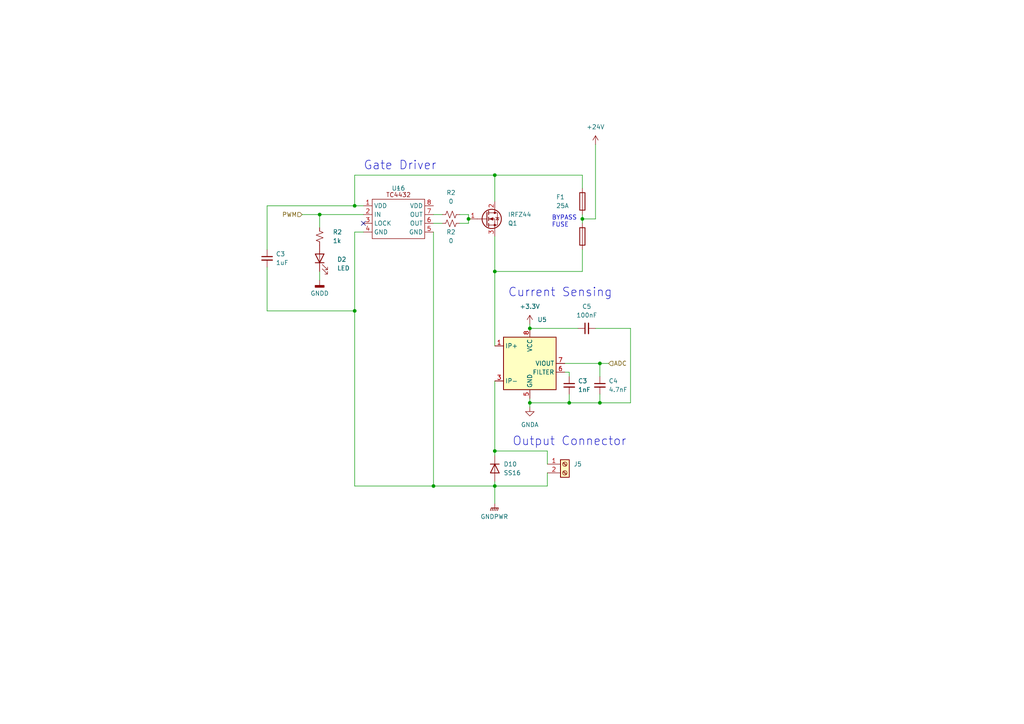
<source format=kicad_sch>
(kicad_sch (version 20230121) (generator eeschema)
  (paper "A4")
  (lib_symbols
    (symbol "Connector:Screw_Terminal_01x02" (pin_names (offset 1.016) hide)
      (property "Reference" "J" (at 0 2.54 0))
      (property "Value" "Screw_Terminal_01x02" (at 0 -5.08 0))
      (symbol "Screw_Terminal_01x02_1_1"
        (rectangle (start -1.27 1.27) (end 1.27 -3.81) (stroke (width 0.254)) (fill (type background)))
        (circle (center 0 -2.54) (radius 0.635) (stroke (width 0.1524)))
        (polyline (pts (xy -0.5334 -2.2098) (xy 0.3302 -3.048)) (stroke (width 0.1524)))
        (polyline (pts (xy -0.5334 0.3302) (xy 0.3302 -0.508)) (stroke (width 0.1524)))
        (polyline (pts (xy -0.3556 -2.032) (xy 0.508 -2.8702)) (stroke (width 0.1524)))
        (polyline (pts (xy -0.3556 0.508) (xy 0.508 -0.3302)) (stroke (width 0.1524)))
        (circle (center 0 0) (radius 0.635) (stroke (width 0.1524)))
        (pin passive line (at -5.08 0 0) (length 3.81) (name "Pin_1") (number "1"))
        (pin passive line (at -5.08 -2.54 0) (length 3.81) (name "Pin_2") (number "2"))
      )
    )
    (symbol "Device:C_Small" (pin_numbers hide) (pin_names (offset 0.254) hide)
      (property "Reference" "C" (at 0.254 1.778 0))
      (property "Value" "C_Small" (at 0.254 -2.032 0))
      (symbol "C_Small_0_1"
        (polyline (pts (xy -1.524 -0.508) (xy 1.524 -0.508)) (stroke (width 0.3302)))
        (polyline (pts (xy -1.524 0.508) (xy 1.524 0.508)) (stroke (width 0.3048)))
      )
      (symbol "C_Small_1_1"
        (pin passive line (at 0 2.54 270) (length 2.032) (name "~") (number "1"))
        (pin passive line (at 0 -2.54 90) (length 2.032) (name "~") (number "2"))
      )
    )
    (symbol "Device:LED" (pin_numbers hide) (pin_names (offset 1.016) hide)
      (property "Reference" "D" (at 0 2.54 0))
      (property "Value" "LED" (at 0 -2.54 0))
      (symbol "LED_0_1"
        (polyline (pts (xy -1.27 -1.27) (xy -1.27 1.27)) (stroke (width 0.254)))
        (polyline (pts (xy -1.27 0) (xy 1.27 0)))
        (polyline (pts (xy 1.27 -1.27) (xy 1.27 1.27) (xy -1.27 0) (xy 1.27 -1.27)) (stroke (width 0.254)))
        (polyline (pts (xy -3.048 -0.762) (xy -4.572 -2.286) (xy -3.81 -2.286) (xy -4.572 -2.286) (xy -4.572 -1.524)))
        (polyline (pts (xy -1.778 -0.762) (xy -3.302 -2.286) (xy -2.54 -2.286) (xy -3.302 -2.286) (xy -3.302 -1.524)))
      )
      (symbol "LED_1_1"
        (pin passive line (at -3.81 0 0) (length 2.54) (name "K") (number "1"))
        (pin passive line (at 3.81 0 180) (length 2.54) (name "A") (number "2"))
      )
    )
    (symbol "Device:R_Small_US" (pin_numbers hide) (pin_names (offset 0.254) hide)
      (property "Reference" "R" (at 0.762 0.508 0))
      (property "Value" "R_Small_US" (at 0.762 -1.016 0))
      (symbol "R_Small_US_1_1"
        (polyline (pts (xy 0 0) (xy 1.016 -0.381) (xy 0 -0.762) (xy -1.016 -1.143) (xy 0 -1.524)))
        (polyline (pts (xy 0 1.524) (xy 1.016 1.143) (xy 0 0.762) (xy -1.016 0.381) (xy 0 0)))
        (pin passive line (at 0 2.54 270) (length 1.016) (name "~") (number "1"))
        (pin passive line (at 0 -2.54 90) (length 1.016) (name "~") (number "2"))
      )
    )
    (symbol "Diode:MRA4004T3G" (pin_numbers hide) (pin_names hide)
      (property "Reference" "D" (at 0 2.54 0))
      (property "Value" "MRA4004T3G" (at 0 -2.54 0))
      (symbol "MRA4004T3G_0_1"
        (polyline (pts (xy -1.27 1.27) (xy -1.27 -1.27)) (stroke (width 0.254)))
        (polyline (pts (xy 1.27 0) (xy -1.27 0)))
        (polyline (pts (xy 1.27 1.27) (xy 1.27 -1.27) (xy -1.27 0) (xy 1.27 1.27)) (stroke (width 0.254)))
      )
      (symbol "MRA4004T3G_1_1"
        (pin passive line (at -3.81 0 0) (length 2.54) (name "K") (number "1"))
        (pin passive line (at 3.81 0 180) (length 2.54) (name "A") (number "2"))
      )
    )
    (symbol "Sensor_Current:ACS725xLCTR-20AU"
      (property "Reference" "U" (at 2.54 11.43 0))
      (property "Value" "ACS725xLCTR-20AU" (at 2.54 8.89 0))
      (symbol "ACS725xLCTR-20AU_0_1"
        (rectangle (start -7.62 7.62) (end 7.62 -7.62) (stroke (width 0.254)) (fill (type background)))
      )
      (symbol "ACS725xLCTR-20AU_1_1"
        (pin passive line (at -10.16 5.08 0) (length 2.54) (name "IP+") (number "1"))
        (pin passive line (at -10.16 5.08 0) (length 2.54) hide (name "IP+") (number "2"))
        (pin passive line (at -10.16 -5.08 0) (length 2.54) (name "IP-") (number "3"))
        (pin passive line (at -10.16 -5.08 0) (length 2.54) hide (name "IP-") (number "4"))
        (pin power_in line (at 0 -10.16 90) (length 2.54) (name "GND") (number "5"))
        (pin passive line (at 10.16 -2.54 180) (length 2.54) (name "FILTER") (number "6"))
        (pin output line (at 10.16 0 180) (length 2.54) (name "VIOUT") (number "7"))
        (pin power_in line (at 0 10.16 270) (length 2.54) (name "VCC") (number "8"))
      )
    )
    (symbol "Transistor_FET:IRLZ44N" (pin_names hide)
      (property "Reference" "Q" (at 6.35 1.905 0))
      (property "Value" "IRLZ44N" (at 6.35 0 0))
      (symbol "IRLZ44N_0_1"
        (polyline (pts (xy 0.254 0) (xy -2.54 0)))
        (polyline (pts (xy 0.254 1.905) (xy 0.254 -1.905)) (stroke (width 0.254)))
        (polyline (pts (xy 0.762 -1.27) (xy 0.762 -2.286)) (stroke (width 0.254)))
        (polyline (pts (xy 0.762 0.508) (xy 0.762 -0.508)) (stroke (width 0.254)))
        (polyline (pts (xy 0.762 2.286) (xy 0.762 1.27)) (stroke (width 0.254)))
        (polyline (pts (xy 2.54 2.54) (xy 2.54 1.778)))
        (polyline (pts (xy 2.54 -2.54) (xy 2.54 0) (xy 0.762 0)))
        (polyline (pts (xy 0.762 -1.778) (xy 3.302 -1.778) (xy 3.302 1.778) (xy 0.762 1.778)))
        (polyline (pts (xy 1.016 0) (xy 2.032 0.381) (xy 2.032 -0.381) (xy 1.016 0)) (fill (type outline)))
        (polyline (pts (xy 2.794 0.508) (xy 2.921 0.381) (xy 3.683 0.381) (xy 3.81 0.254)))
        (polyline (pts (xy 3.302 0.381) (xy 2.921 -0.254) (xy 3.683 -0.254) (xy 3.302 0.381)))
        (circle (center 1.651 0) (radius 2.794) (stroke (width 0.254)))
        (circle (center 2.54 -1.778) (radius 0.254) (fill (type outline)))
        (circle (center 2.54 1.778) (radius 0.254) (fill (type outline)))
      )
      (symbol "IRLZ44N_1_1"
        (pin input line (at -5.08 0 0) (length 2.54) (name "G") (number "1"))
        (pin passive line (at 2.54 5.08 270) (length 2.54) (name "D") (number "2"))
        (pin passive line (at 2.54 -5.08 90) (length 2.54) (name "S") (number "3"))
      )
    )
    (symbol "gnarboard:ATC Fuse Bypass" (pin_numbers hide) (pin_names (offset 0))
      (property "Reference" "F" (at 2.032 5.08 90))
      (property "Value" "ATC Fuse Bypass" (at -1.905 5.08 90))
      (symbol "ATC Fuse Bypass_0_1"
        (rectangle (start -0.762 -7.62) (end 0.762 -2.54) (stroke (width 0.254)))
        (rectangle (start -0.762 2.54) (end 0.762 7.62) (stroke (width 0.254)))
        (polyline (pts (xy 0 -2.54) (xy 0 -7.62)))
        (polyline (pts (xy 0 7.62) (xy 0 2.54)))
      )
      (symbol "ATC Fuse Bypass_1_1"
        (pin passive line (at 0 8.89 270) (length 1.27) (name "~") (number "1"))
        (pin passive line (at 0 -1.27 270) (length 1.27) (name "~") (number "2"))
        (pin passive line (at 0 1.27 90) (length 1.27) (name "~") (number "2"))
        (pin passive line (at 0 -8.89 90) (length 1.27) (name "~") (number "3"))
      )
    )
    (symbol "power:+24V" (power) (pin_names (offset 0))
      (property "Value" "+24V" (at 0 3.556 0))
      (symbol "+24V_0_1"
        (polyline (pts (xy -0.762 1.27) (xy 0 2.54)))
        (polyline (pts (xy 0 0) (xy 0 2.54)))
        (polyline (pts (xy 0 2.54) (xy 0.762 1.27)))
      )
      (symbol "+24V_1_1"
        (pin power_in line (at 0 0 90) (length 0) hide (name "+24V") (number "1"))
      )
    )
    (symbol "power:+3.3V" (power) (pin_names (offset 0))
      (property "Value" "+3.3V" (at 0 3.556 0))
      (symbol "+3.3V_0_1"
        (polyline (pts (xy -0.762 1.27) (xy 0 2.54)))
        (polyline (pts (xy 0 0) (xy 0 2.54)))
        (polyline (pts (xy 0 2.54) (xy 0.762 1.27)))
      )
      (symbol "+3.3V_1_1"
        (pin power_in line (at 0 0 90) (length 0) hide (name "+3.3V") (number "1"))
      )
    )
    (symbol "power:GNDA" (power) (pin_names (offset 0))
      (property "Value" "GNDA" (at 0 -3.81 0))
      (symbol "GNDA_0_1"
        (polyline (pts (xy 0 0) (xy 0 -1.27) (xy 1.27 -1.27) (xy 0 -2.54) (xy -1.27 -1.27) (xy 0 -1.27)))
      )
      (symbol "GNDA_1_1"
        (pin power_in line (at 0 0 270) (length 0) hide (name "GNDA") (number "1"))
      )
    )
    (symbol "power:GNDD" (power) (pin_names (offset 0))
      (property "Value" "GNDD" (at 0 -3.175 0))
      (symbol "GNDD_0_1"
        (rectangle (start -1.27 -1.524) (end 1.27 -2.032) (stroke (width 0.254)) (fill (type outline)))
        (polyline (pts (xy 0 0) (xy 0 -1.524)))
      )
      (symbol "GNDD_1_1"
        (pin power_in line (at 0 0 270) (length 0) hide (name "GNDD") (number "1"))
      )
    )
    (symbol "power:GNDPWR" (power) (pin_names (offset 0))
      (property "Value" "GNDPWR" (at 0 -3.302 0))
      (symbol "GNDPWR_0_1"
        (polyline (pts (xy 0 -1.27) (xy 0 0)))
        (polyline (pts (xy -1.016 -1.27) (xy -1.27 -2.032) (xy -1.27 -2.032)) (stroke (width 0.2032)))
        (polyline (pts (xy -0.508 -1.27) (xy -0.762 -2.032) (xy -0.762 -2.032)) (stroke (width 0.2032)))
        (polyline (pts (xy 0 -1.27) (xy -0.254 -2.032) (xy -0.254 -2.032)) (stroke (width 0.2032)))
        (polyline (pts (xy 0.508 -1.27) (xy 0.254 -2.032) (xy 0.254 -2.032)) (stroke (width 0.2032)))
        (polyline (pts (xy 1.016 -1.27) (xy -1.016 -1.27) (xy -1.016 -1.27)) (stroke (width 0.2032)))
        (polyline (pts (xy 1.016 -1.27) (xy 0.762 -2.032) (xy 0.762 -2.032) (xy 0.762 -2.032)) (stroke (width 0.2032)))
      )
      (symbol "GNDPWR_1_1"
        (pin power_in line (at 0 0 270) (length 0) hide (name "GNDPWR") (number "1"))
      )
    )
    (symbol "yarrboard:TC4432"
      (property "Reference" "U" (at 0 0 0))
      (symbol "TC4432_0_1"
        (polyline (pts (xy -7.62 -3.175) (xy -7.62 -14.605) (xy 7.62 -14.605) (xy 7.62 -3.175) (xy -7.62 -3.175)))
      )
      (symbol "TC4432_1_1"
        (text "TC4432" (at 0 -1.905 0) (effects (font (size 1.27 1.27))))
        (pin input line (at -10.16 -5.08 0) (length 2.54) (name "VDD") (number "1"))
        (pin input line (at -10.16 -7.62 0) (length 2.54) (name "IN") (number "2"))
        (pin input line (at -10.16 -10.16 0) (length 2.54) (name "LOCK") (number "3"))
        (pin input line (at -10.16 -12.7 0) (length 2.54) (name "GND") (number "4"))
        (pin input line (at 10.16 -12.7 180) (length 2.54) (name "GND") (number "5"))
        (pin input line (at 10.16 -10.16 180) (length 2.54) (name "OUT") (number "6"))
        (pin input line (at 10.16 -7.62 180) (length 2.54) (name "OUT") (number "7"))
        (pin input line (at 10.16 -5.08 180) (length 2.54) (name "VDD") (number "8"))
      )
    )
  )
  (junction (at 173.99 116.84))
  (junction (at 102.87 59.69))
  (junction (at 153.67 116.84))
  (junction (at 102.87 90.17))
  (junction (at 165.1 116.84))
  (junction (at 143.51 130.81))
  (junction (at 143.51 140.97))
  (junction (at 143.51 50.8))
  (junction (at 143.51 78.74))
  (junction (at 168.91 63.5))
  (junction (at 173.99 105.41))
  (junction (at 153.67 95.25))
  (junction (at 92.71 62.23))
  (junction (at 125.73 140.97))
  (junction (at 135.89 63.5))
  (no_connect (at 105.41 64.77))
  (wire (pts (xy 173.99 105.41) (xy 173.99 109.22)))
  (wire (pts (xy 143.51 78.74) (xy 168.91 78.74)))
  (wire (pts (xy 168.91 72.39) (xy 168.91 78.74)))
  (wire (pts (xy 168.91 63.5) (xy 172.72 63.5)))
  (wire (pts (xy 102.87 90.17) (xy 102.87 140.97)))
  (wire (pts (xy 143.51 139.7) (xy 143.51 140.97)))
  (wire (pts (xy 143.51 110.49) (xy 143.51 130.81)))
  (wire (pts (xy 158.75 130.81) (xy 158.75 134.62)))
  (wire (pts (xy 125.73 64.77) (xy 128.27 64.77)))
  (wire (pts (xy 92.71 81.28) (xy 92.71 78.74)))
  (wire (pts (xy 135.89 64.77) (xy 135.89 63.5)))
  (wire (pts (xy 165.1 116.84) (xy 173.99 116.84)))
  (wire (pts (xy 153.67 93.98) (xy 153.67 95.25)))
  (wire (pts (xy 168.91 62.23) (xy 168.91 63.5)))
  (wire (pts (xy 153.67 116.84) (xy 153.67 118.11)))
  (wire (pts (xy 165.1 107.95) (xy 165.1 109.22)))
  (wire (pts (xy 102.87 67.31) (xy 105.41 67.31)))
  (wire (pts (xy 143.51 140.97) (xy 158.75 140.97)))
  (wire (pts (xy 143.51 132.08) (xy 143.51 130.81)))
  (wire (pts (xy 143.51 140.97) (xy 143.51 146.05)))
  (wire (pts (xy 173.99 114.3) (xy 173.99 116.84)))
  (wire (pts (xy 153.67 95.25) (xy 167.64 95.25)))
  (wire (pts (xy 125.73 140.97) (xy 143.51 140.97)))
  (wire (pts (xy 163.83 105.41) (xy 173.99 105.41)))
  (wire (pts (xy 143.51 50.8) (xy 102.87 50.8)))
  (wire (pts (xy 182.88 116.84) (xy 173.99 116.84)))
  (wire (pts (xy 102.87 59.69) (xy 105.41 59.69)))
  (wire (pts (xy 125.73 62.23) (xy 128.27 62.23)))
  (wire (pts (xy 153.67 116.84) (xy 153.67 115.57)))
  (wire (pts (xy 143.51 50.8) (xy 143.51 58.42)))
  (wire (pts (xy 143.51 130.81) (xy 158.75 130.81)))
  (wire (pts (xy 133.35 64.77) (xy 135.89 64.77)))
  (wire (pts (xy 168.91 63.5) (xy 168.91 64.77)))
  (wire (pts (xy 168.91 50.8) (xy 168.91 54.61)))
  (wire (pts (xy 102.87 67.31) (xy 102.87 90.17)))
  (wire (pts (xy 102.87 90.17) (xy 77.47 90.17)))
  (wire (pts (xy 92.71 62.23) (xy 92.71 66.04)))
  (wire (pts (xy 77.47 59.69) (xy 77.47 72.39)))
  (wire (pts (xy 87.63 62.23) (xy 92.71 62.23)))
  (wire (pts (xy 133.35 62.23) (xy 135.89 62.23)))
  (wire (pts (xy 102.87 59.69) (xy 77.47 59.69)))
  (wire (pts (xy 143.51 68.58) (xy 143.51 78.74)))
  (wire (pts (xy 172.72 95.25) (xy 182.88 95.25)))
  (wire (pts (xy 165.1 116.84) (xy 165.1 114.3)))
  (wire (pts (xy 158.75 140.97) (xy 158.75 137.16)))
  (wire (pts (xy 102.87 50.8) (xy 102.87 59.69)))
  (wire (pts (xy 165.1 107.95) (xy 163.83 107.95)))
  (wire (pts (xy 92.71 62.23) (xy 105.41 62.23)))
  (wire (pts (xy 153.67 116.84) (xy 165.1 116.84)))
  (wire (pts (xy 77.47 90.17) (xy 77.47 77.47)))
  (wire (pts (xy 143.51 50.8) (xy 168.91 50.8)))
  (wire (pts (xy 135.89 62.23) (xy 135.89 63.5)))
  (wire (pts (xy 172.72 41.91) (xy 172.72 63.5)))
  (wire (pts (xy 143.51 78.74) (xy 143.51 100.33)))
  (wire (pts (xy 173.99 105.41) (xy 176.53 105.41)))
  (wire (pts (xy 125.73 67.31) (xy 125.73 140.97)))
  (wire (pts (xy 182.88 95.25) (xy 182.88 116.84)))
  (wire (pts (xy 102.87 140.97) (xy 125.73 140.97)))
  (text "Current Sensing" (at 147.32 86.36 0) (effects (font (size 2.5 2.5)) (justify left bottom)))
  (text "Gate Driver" (at 105.41 49.53 0) (effects (font (size 2.5 2.5)) (justify left bottom)))
  (text "BYPASS\nFUSE" (at 160.02 66.04 0) (effects (font (size 1.27 1.27)) (justify left bottom)))
  (text "Output Connector" (at 148.59 129.54 0) (effects (font (size 2.5 2.5)) (justify left bottom)))
  (hierarchical_label "ADC" (shape input) (at 176.53 105.41 0))
  (hierarchical_label "PWM" (shape input) (at 87.63 62.23 180))
  (symbol (lib_id "yarrboard:TC4432") (at 115.57 54.61 0) (unit 1)
    (property "Reference" "U16" (at 115.57 54.61 0))
    (property "Value" "~" (at 115.57 54.61 0))
    (property "Footprint" "Package_SO:SOIC-8_3.9x4.9mm_P1.27mm" (effects hide))
  )
  (symbol (lib_id "Device:R_Small_US") (at 130.81 62.23 270) (unit 1)
    (property "Reference" "R2" (at 130.81 55.88 90))
    (property "Value" "0" (at 130.81 58.42 90))
    (property "Footprint" "Resistor_SMD:R_0805_2012Metric_Pad1.20x1.40mm_HandSolder" (effects hide))
    (property "LCSC" "C95781" (effects hide))
    (instances (project "8ch-mosfet" (path "" (reference "R2") (unit 1)) (path "" (reference "R1") (unit 1)) (path "" (reference "R5") (unit 1)) (path "" (reference "R9") (unit 1)) (path "" (reference "R13") (unit 1)) (path "" (reference "R17") (unit 1)) (path "" (reference "R21") (unit 1)) (path "" (reference "R25") (unit 1)) (path "" (reference "R29") (unit 1)) (path "" (reference "R47") (unit 1)) (path "" (reference "R45") (unit 1))))
  )
  (symbol (lib_id "gnarboard:ATC Fuse Bypass") (at 168.91 63.5 0) (unit 1)
    (property "Reference" "F1" (at 161.29 57.15 0) (effects (justify left)))
    (property "Value" "25A" (at 161.29 59.69 0) (effects (justify left)))
    (property "Footprint" "yarrboard:ATC Bypass Fuse" (effects hide))
    (property "Mouser" "534-3522-3 " (effects hide))
    (instances (project "8ch-mosfet" (path "" (reference "F1") (unit 1)) (path "" (reference "F1") (unit 1)) (path "" (reference "F2") (unit 1)) (path "" (reference "F3") (unit 1)) (path "" (reference "F4") (unit 1)) (path "" (reference "F5") (unit 1)) (path "" (reference "F6") (unit 1)) (path "" (reference "F7") (unit 1)) (path "" (reference "F8") (unit 1)) (path "" (reference "F11") (unit 1)) (path "" (reference "F12") (unit 1))))
  )
  (symbol (lib_id "Device:C_Small") (at 77.47 74.93 0) (unit 1)
    (property "Reference" "C3" (at 80.01 73.6663 0) (effects (justify left)))
    (property "Value" "1uF" (at 80.01 76.2063 0) (effects (justify left)))
    (property "Footprint" "Capacitor_SMD:C_0805_2012Metric_Pad1.18x1.45mm_HandSolder" (effects hide))
    (property "Mouser" "C0805C102J1HACTU" (effects hide))
    (property "LCSC" "C94121" (effects hide))
    (instances (project "8ch-mosfet" (path "" (reference "C3") (unit 1)) (path "" (reference "C3") (unit 1)) (path "" (reference "C6") (unit 1)) (path "" (reference "C9") (unit 1)) (path "" (reference "C12") (unit 1)) (path "" (reference "C15") (unit 1)) (path "" (reference "C18") (unit 1)) (path "" (reference "C21") (unit 1)) (path "" (reference "C24") (unit 1)) (path "" (reference "C31") (unit 1)) (path "" (reference "C36") (unit 1))))
  )
  (symbol (lib_id "power:GNDA") (at 153.67 118.11 0) (unit 1)
    (property "Reference" "#PWR012" (effects hide))
    (property "Value" "GNDA" (at 153.67 123.19 0))
    (instances (project "8ch-mosfet" (path "" (reference "#PWR012") (unit 1)) (path "" (reference "#PWR013") (unit 1)) (path "" (reference "#PWR021") (unit 1)) (path "" (reference "#PWR026") (unit 1)) (path "" (reference "#PWR031") (unit 1)) (path "" (reference "#PWR036") (unit 1)) (path "" (reference "#PWR041") (unit 1)) (path "" (reference "#PWR046") (unit 1)) (path "" (reference "#PWR051") (unit 1)) (path "" (reference "#PWR069") (unit 1)) (path "" (reference "#PWR075") (unit 1))))
  )
  (symbol (lib_id "Device:C_Small") (at 165.1 111.76 0) (unit 1)
    (property "Reference" "C3" (at 167.64 110.4963 0) (effects (justify left)))
    (property "Value" "1nF" (at 167.64 113.0363 0) (effects (justify left)))
    (property "Footprint" "Capacitor_SMD:C_0805_2012Metric_Pad1.18x1.45mm_HandSolder" (effects hide))
    (property "Mouser" "C0805C102J1HACTU" (effects hide))
    (property "LCSC" "C94121" (effects hide))
    (instances (project "8ch-mosfet" (path "" (reference "C3") (unit 1)) (path "" (reference "C3") (unit 1)) (path "" (reference "C6") (unit 1)) (path "" (reference "C9") (unit 1)) (path "" (reference "C12") (unit 1)) (path "" (reference "C15") (unit 1)) (path "" (reference "C18") (unit 1)) (path "" (reference "C21") (unit 1)) (path "" (reference "C24") (unit 1)) (path "" (reference "C31") (unit 1)) (path "" (reference "C34") (unit 1))))
  )
  (symbol (lib_id "Device:R_Small_US") (at 130.81 64.77 270) (unit 1)
    (property "Reference" "R2" (at 130.81 67.31 90))
    (property "Value" "0" (at 130.81 69.85 90))
    (property "Footprint" "Resistor_SMD:R_0805_2012Metric_Pad1.20x1.40mm_HandSolder" (effects hide))
    (property "LCSC" "C95781" (effects hide))
    (instances (project "8ch-mosfet" (path "" (reference "R2") (unit 1)) (path "" (reference "R1") (unit 1)) (path "" (reference "R5") (unit 1)) (path "" (reference "R9") (unit 1)) (path "" (reference "R13") (unit 1)) (path "" (reference "R17") (unit 1)) (path "" (reference "R21") (unit 1)) (path "" (reference "R25") (unit 1)) (path "" (reference "R29") (unit 1)) (path "" (reference "R47") (unit 1)) (path "" (reference "R48") (unit 1))))
  )
  (symbol (lib_id "Sensor_Current:ACS725xLCTR-20AU") (at 153.67 105.41 0) (unit 1)
    (property "Reference" "U5" (at 155.8641 92.71 0) (effects (justify left)))
    (property "Value" "ACS725xLCTR-20AU" (effects hide))
    (property "Footprint" "yarrboard:ACS7XX" (effects hide))
    (property "Datasheet" "http://www.allegromicro.com/~/media/Files/Datasheets/ACS725-Datasheet.ashx?la=en" (effects hide))
    (property "Mouser" "250-725LLCTR20AUT" (effects hide))
    (instances (project "8ch-mosfet" (path "" (reference "U5") (unit 1)) (path "" (reference "U5") (unit 1)) (path "" (reference "U6") (unit 1)) (path "" (reference "U7") (unit 1)) (path "" (reference "U8") (unit 1)) (path "" (reference "U9") (unit 1)) (path "" (reference "U10") (unit 1)) (path "" (reference "U11") (unit 1)) (path "" (reference "U12") (unit 1)) (path "" (reference "U3") (unit 1)) (path "" (reference "U17") (unit 1))))
  )
  (symbol (lib_id "Device:R_Small_US") (at 92.71 68.58 180) (unit 1)
    (property "Reference" "R2" (at 96.52 67.31 0) (effects (justify right)))
    (property "Value" "1k" (at 96.52 69.85 0) (effects (justify right)))
    (property "Footprint" "Resistor_SMD:R_0805_2012Metric_Pad1.20x1.40mm_HandSolder" (effects hide))
    (property "LCSC" "C95781" (effects hide))
    (instances (project "8ch-mosfet" (path "" (reference "R2") (unit 1)) (path "" (reference "R1") (unit 1)) (path "" (reference "R5") (unit 1)) (path "" (reference "R9") (unit 1)) (path "" (reference "R13") (unit 1)) (path "" (reference "R17") (unit 1)) (path "" (reference "R21") (unit 1)) (path "" (reference "R25") (unit 1)) (path "" (reference "R29") (unit 1)) (path "" (reference "R47") (unit 1)) (path "" (reference "R46") (unit 1))))
  )
  (symbol (lib_id "power:GNDD") (at 92.71 81.28 0) (unit 1)
    (property "Reference" "#PWR014" (effects hide))
    (property "Value" "GNDD" (at 92.71 85.09 0))
    (instances (project "8ch-mosfet" (path "" (reference "#PWR014") (unit 1)) (path "" (reference "#PWR014") (unit 1)) (path "" (reference "#PWR018") (unit 1)) (path "" (reference "#PWR023") (unit 1)) (path "" (reference "#PWR028") (unit 1)) (path "" (reference "#PWR033") (unit 1)) (path "" (reference "#PWR038") (unit 1)) (path "" (reference "#PWR043") (unit 1)) (path "" (reference "#PWR048") (unit 1)) (path "" (reference "#PWR073") (unit 1))))
  )
  (symbol (lib_id "power:+3.3V") (at 153.67 93.98 0) (unit 1)
    (property "Reference" "#PWR01" (effects hide))
    (property "Value" "+3.3V" (at 153.67 88.9 0))
    (instances (project "8ch-mosfet" (path "" (reference "#PWR01") (unit 1)) (path "" (reference "#PWR012") (unit 1)) (path "" (reference "#PWR020") (unit 1)) (path "" (reference "#PWR025") (unit 1)) (path "" (reference "#PWR030") (unit 1)) (path "" (reference "#PWR035") (unit 1)) (path "" (reference "#PWR040") (unit 1)) (path "" (reference "#PWR045") (unit 1)) (path "" (reference "#PWR050") (unit 1)) (path "" (reference "#PWR068") (unit 1)) (path "" (reference "#PWR074") (unit 1))))
  )
  (symbol (lib_id "Device:C_Small") (at 173.99 111.76 0) (unit 1)
    (property "Reference" "C4" (at 176.53 110.4963 0) (effects (justify left)))
    (property "Value" "4.7nF" (at 176.53 113.0363 0) (effects (justify left)))
    (property "Footprint" "Capacitor_SMD:C_0805_2012Metric_Pad1.18x1.45mm_HandSolder" (effects hide))
    (property "Mouser" "C0805C472K5RAC" (effects hide))
    (property "LCSC" "C107153" (effects hide))
    (instances (project "8ch-mosfet" (path "" (reference "C4") (unit 1)) (path "" (reference "C5") (unit 1)) (path "" (reference "C8") (unit 1)) (path "" (reference "C11") (unit 1)) (path "" (reference "C14") (unit 1)) (path "" (reference "C17") (unit 1)) (path "" (reference "C20") (unit 1)) (path "" (reference "C23") (unit 1)) (path "" (reference "C26") (unit 1)) (path "" (reference "C32") (unit 1)) (path "" (reference "C35") (unit 1))))
  )
  (symbol (lib_id "Diode:MRA4004T3G") (at 143.51 135.89 270) (unit 1)
    (property "Reference" "D10" (at 146.05 134.62 90) (effects (justify left)))
    (property "Value" "SS16" (at 146.05 137.16 90) (effects (justify left)))
    (property "Footprint" "Diode_SMD:D_SMA" (effects hide))
    (property "Sim.Device" "D" (effects hide))
    (property "Sim.Pins" "1=K 2=A" (effects hide))
    (property "Mouser" "625-SS16-E3 " (effects hide))
    (instances (project "8ch-mosfet" (path "" (reference "D10") (unit 1)) (path "" (reference "D11") (unit 1)) (path "" (reference "D12") (unit 1)) (path "" (reference "D13") (unit 1)) (path "" (reference "D14") (unit 1)) (path "" (reference "D15") (unit 1)) (path "" (reference "D16") (unit 1)) (path "" (reference "D17") (unit 1)) (path "" (reference "D42") (unit 1)) (path "" (reference "D43") (unit 1))))
  )
  (symbol (lib_id "power:GNDPWR") (at 143.51 146.05 0) (unit 1)
    (property "Reference" "#PWR013" (effects hide))
    (property "Value" "GNDPWR" (at 143.383 149.86 0))
    (instances (project "8ch-mosfet" (path "" (reference "#PWR013") (unit 1)) (path "" (reference "#PWR01") (unit 1)) (path "" (reference "#PWR019") (unit 1)) (path "" (reference "#PWR024") (unit 1)) (path "" (reference "#PWR029") (unit 1)) (path "" (reference "#PWR034") (unit 1)) (path "" (reference "#PWR039") (unit 1)) (path "" (reference "#PWR044") (unit 1)) (path "" (reference "#PWR049") (unit 1)) (path "" (reference "#PWR071") (unit 1)) (path "" (reference "#PWR076") (unit 1))))
  )
  (symbol (lib_id "Transistor_FET:IRLZ44N") (at 140.97 63.5 0) (unit 1)
    (property "Reference" "Q1" (at 147.32 64.77 0) (effects (justify left)))
    (property "Value" "IRFZ44" (at 147.32 62.23 0) (effects (justify left)))
    (property "Footprint" "Package_TO_SOT_SMD:TO-252-2" (effects hide))
    (property "Datasheet" "http://www.irf.com/product-info/datasheets/data/irlz44n.pdf" (effects hide))
    (property "Mouser" " 942-IRF4905STRLPBF " (effects hide))
    (instances (project "8ch-mosfet" (path "" (reference "Q1") (unit 1)) (path "" (reference "Q2") (unit 1)) (path "" (reference "Q4") (unit 1)) (path "" (reference "Q6") (unit 1)) (path "" (reference "Q8") (unit 1)) (path "" (reference "Q10") (unit 1)) (path "" (reference "Q12") (unit 1)) (path "" (reference "Q14") (unit 1)) (path "" (reference "Q16") (unit 1)) (path "" (reference "Q17") (unit 1)) (path "" (reference "Q18") (unit 1))))
  )
  (symbol (lib_id "power:+24V") (at 172.72 41.91 0) (unit 1)
    (property "Reference" "#PWR015" (effects hide))
    (property "Value" "+24V" (at 172.72 36.83 0))
    (instances (project "8ch-mosfet" (path "" (reference "#PWR015") (unit 1)) (path "" (reference "#PWR015") (unit 1)) (path "" (reference "#PWR022") (unit 1)) (path "" (reference "#PWR027") (unit 1)) (path "" (reference "#PWR032") (unit 1)) (path "" (reference "#PWR037") (unit 1)) (path "" (reference "#PWR042") (unit 1)) (path "" (reference "#PWR047") (unit 1)) (path "" (reference "#PWR052") (unit 1)) (path "" (reference "#PWR060") (unit 1)) (path "" (reference "#PWR072") (unit 1))))
  )
  (symbol (lib_id "Device:LED") (at 92.71 74.93 90) (unit 1)
    (property "Reference" "D2" (at 97.79 75.2475 90) (effects (justify right)))
    (property "Value" "LED" (at 97.79 77.7875 90) (effects (justify right)))
    (property "Footprint" "LED_SMD:LED_0805_2012Metric_Pad1.15x1.40mm_HandSolder" (effects hide))
    (property "Mouser" "150080RS75000" (effects hide))
    (instances (project "8ch-mosfet" (path "" (reference "D2") (unit 1)) (path "" (reference "D2") (unit 1)) (path "" (reference "D3") (unit 1)) (path "" (reference "D4") (unit 1)) (path "" (reference "D5") (unit 1)) (path "" (reference "D6") (unit 1)) (path "" (reference "D7") (unit 1)) (path "" (reference "D8") (unit 1)) (path "" (reference "D9") (unit 1)) (path "" (reference "D41") (unit 1)) (path "" (reference "D40") (unit 1))))
  )
  (symbol (lib_id "Device:C_Small") (at 170.18 95.25 90) (unit 1)
    (property "Reference" "C5" (at 170.1863 88.9 90))
    (property "Value" "100nF" (at 170.1863 91.44 90))
    (property "Footprint" "Capacitor_SMD:C_0805_2012Metric_Pad1.18x1.45mm_HandSolder" (effects hide))
    (property "Mouser" "08053C104KAT4A" (effects hide))
    (property "LCSC" "C49678" (effects hide))
    (instances (project "8ch-mosfet" (path "" (reference "C5") (unit 1)) (path "" (reference "C4") (unit 1)) (path "" (reference "C7") (unit 1)) (path "" (reference "C10") (unit 1)) (path "" (reference "C13") (unit 1)) (path "" (reference "C16") (unit 1)) (path "" (reference "C19") (unit 1)) (path "" (reference "C22") (unit 1)) (path "" (reference "C25") (unit 1)) (path "" (reference "C27") (unit 1)) (path "" (reference "C33") (unit 1))))
  )
  (symbol (lib_id "Connector:Screw_Terminal_01x02") (at 163.83 134.62 0) (unit 1)
    (property "Reference" "J5" (at 166.37 134.62 0) (effects (justify left)))
    (property "Value" "Screw_Terminal_01x02" (effects hide))
    (property "Footprint" "yarrboard:Molex 1x02 .375" (effects hide))
    (property "Mouser" " 538-38720-7516" (effects hide))
    (property "JCLC" "JL45C-09516B01" (effects hide))
    (instances (project "8ch-mosfet" (path "" (reference "J5") (unit 1)) (path "" (reference "J6") (unit 1)) (path "" (reference "J7") (unit 1)) (path "" (reference "J8") (unit 1)) (path "" (reference "J9") (unit 1)) (path "" (reference "J10") (unit 1)) (path "" (reference "J11") (unit 1)) (path "" (reference "J12") (unit 1)) (path "" (reference "J1") (unit 1)) (path "" (reference "J2") (unit 1))))
  )
)
</source>
